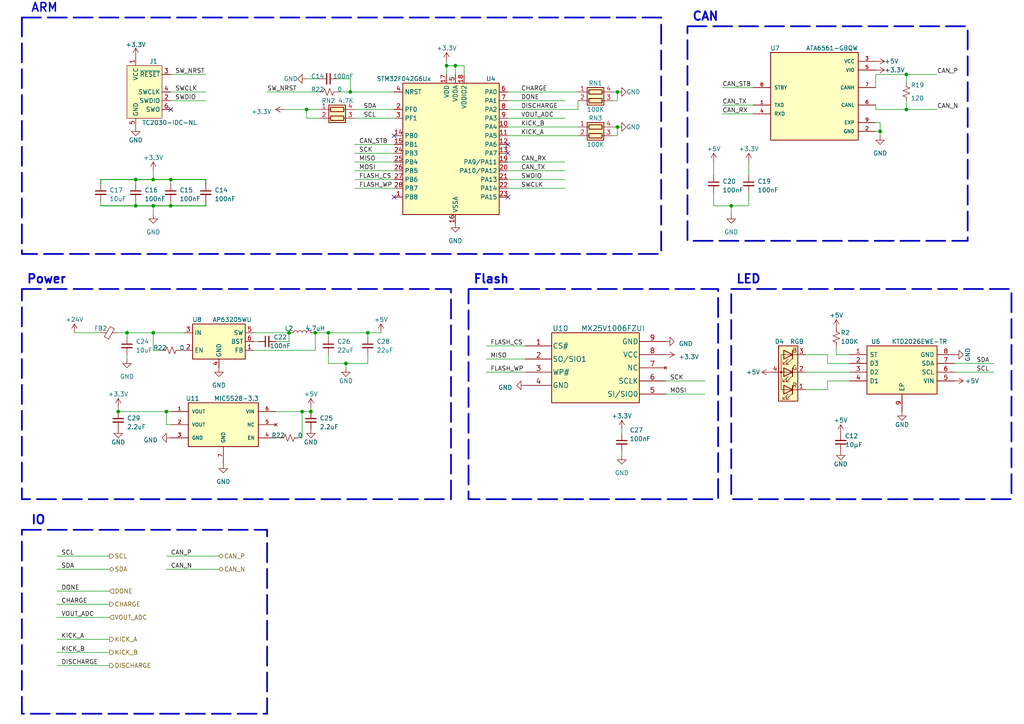
<source format=kicad_sch>
(kicad_sch (version 20230121) (generator eeschema)
  (paper "A4")
  (lib_symbols
    (symbol "ATA6561-GBQW:ATA6561-GBQW" (pin_names (offset 1.016))
      (property "Reference" "U" (at -12.7 13.335 0))
      (property "Value" "ATA6561-GBQW" (at -12.7 -15.24 0))
      (symbol "ATA6561-GBQW_0_0"
        (pin input line (at -17.78 -2.54 0) (length 5.08) (name "TXD") (number "1"))
        (pin power_in line (at 17.78 -10.16 180) (length 5.08) (name "GND") (number "2"))
        (pin power_in line (at 17.78 10.16 180) (length 5.08) (name "VCC") (number "3"))
        (pin output line (at -17.78 -5.08 0) (length 5.08) (name "RXD") (number "4"))
        (pin power_in line (at 17.78 7.62 180) (length 5.08) (name "VIO") (number "5"))
        (pin bidirectional line (at 17.78 -2.54 180) (length 5.08) (name "CANL") (number "6"))
        (pin bidirectional line (at 17.78 2.54 180) (length 5.08) (name "CANH") (number "7"))
        (pin input line (at -17.78 2.54 0) (length 5.08) (name "STBY") (number "8"))
        (pin power_in line (at 17.78 -7.62 180) (length 5.08) (name "EXP") (number "9"))
      )
    )
    (symbol "Connector:Conn_ARM_SWD_TagConnect_TC2030-NL" (in_bom no)
      (property "Reference" "J" (at 2.54 11.43 0))
      (property "Value" "Conn_ARM_SWD_TagConnect_TC2030-NL" (at 2.54 8.89 0))
      (symbol "Conn_ARM_SWD_TagConnect_TC2030-NL_0_0"
        (pin power_in line (at -2.54 10.16 270) (length 2.54) (name "VCC") (number "1"))
        (pin bidirectional line (at 7.62 -2.54 180) (length 2.54) (name "SWDIO") (number "2"))
        (pin open_collector line (at 7.62 5.08 180) (length 2.54) (name "~{RESET}") (number "3"))
        (pin output line (at 7.62 0 180) (length 2.54) (name "SWCLK") (number "4"))
        (pin power_in line (at -2.54 -10.16 90) (length 2.54) (name "GND") (number "5"))
        (pin input line (at 7.62 -5.08 180) (length 2.54) (name "SWO") (number "6"))
      )
    )
    (symbol "Device:C_Small" (pin_numbers hide) (pin_names (offset 0.254) hide)
      (property "Reference" "C" (at 0.254 1.778 0))
      (property "Value" "C_Small" (at 0.254 -2.032 0))
      (symbol "C_Small_1_1"
        (pin passive line (at 0 2.54 270) (length 2.032) (name "~") (number "1"))
        (pin passive line (at 0 -2.54 90) (length 2.032) (name "~") (number "2"))
      )
    )
    (symbol "Device:FerriteBead_Small" (pin_numbers hide) (pin_names (offset 0))
      (property "Reference" "FB" (at 1.905 1.27 0))
      (property "Value" "FerriteBead_Small" (at 1.905 -1.27 0))
      (symbol "FerriteBead_Small_1_1"
        (pin passive line (at 0 2.54 270) (length 1.27) (name "~") (number "1"))
        (pin passive line (at 0 -2.54 90) (length 1.27) (name "~") (number "2"))
      )
    )
    (symbol "Device:L" (pin_numbers hide) (pin_names (offset 1.016) hide)
      (property "Reference" "L" (at -1.27 0 90))
      (property "Value" "L" (at 1.905 0 90))
      (symbol "L_1_1"
        (pin passive line (at 0 3.81 270) (length 1.27) (name "1") (number "1"))
        (pin passive line (at 0 -3.81 90) (length 1.27) (name "2") (number "2"))
      )
    )
    (symbol "Device:LED_RGBA" (pin_names (offset 0) hide)
      (property "Reference" "D" (at 0 9.398 0))
      (property "Value" "LED_RGBA" (at 0 -8.89 0))
      (symbol "LED_RGBA_0_0"
        (text "B" (at -1.905 -6.35 0) (effects (font (size 1.27 1.27))))
        (text "G" (at -1.905 -1.27 0) (effects (font (size 1.27 1.27))))
        (text "R" (at -1.905 3.81 0) (effects (font (size 1.27 1.27))))
      )
      (symbol "LED_RGBA_1_1"
        (pin passive line (at -5.08 5.08 0) (length 2.54) (name "RK") (number "1"))
        (pin passive line (at -5.08 0 0) (length 2.54) (name "GK") (number "2"))
        (pin passive line (at -5.08 -5.08 0) (length 2.54) (name "BK") (number "3"))
        (pin passive line (at 5.08 0 180) (length 2.54) (name "A") (number "4"))
      )
    )
    (symbol "Device:R_Pack02" (pin_names (offset 0) hide)
      (property "Reference" "RN" (at -5.08 0 90))
      (property "Value" "R_Pack02" (at 2.54 0 90))
      (symbol "R_Pack02_1_1"
        (pin passive line (at -2.54 -5.08 90) (length 2.54) (name "R1.1") (number "1"))
        (pin passive line (at 0 -5.08 90) (length 2.54) (name "R2.1") (number "2"))
        (pin passive line (at 0 5.08 270) (length 2.54) (name "R2.2") (number "3"))
        (pin passive line (at -2.54 5.08 270) (length 2.54) (name "R1.2") (number "4"))
      )
    )
    (symbol "Device:R_Small_US" (pin_numbers hide) (pin_names (offset 0.254) hide)
      (property "Reference" "R" (at 0.762 0.508 0))
      (property "Value" "R_Small_US" (at 0.762 -1.016 0))
      (symbol "R_Small_US_1_1"
        (pin passive line (at 0 2.54 270) (length 1.016) (name "~") (number "1"))
        (pin passive line (at 0 -2.54 90) (length 1.016) (name "~") (number "2"))
      )
    )
    (symbol "KTD2026EWE-TR:KTD2026EWE-TR" (pin_names (offset 0.762))
      (property "Reference" "U?" (at 22.86 3.81 0))
      (property "Value" "KTD2026EWE-TR" (at 3.81 3.81 0))
      (symbol "KTD2026EWE-TR_0_0"
        (pin passive line (at 0 0 0) (length 5.08) (name "ST") (number "1"))
        (pin passive line (at 0 -2.54 0) (length 5.08) (name "D3") (number "2"))
        (pin passive line (at 0 -5.08 0) (length 5.08) (name "D2") (number "3"))
        (pin passive line (at 0 -7.62 0) (length 5.08) (name "D1") (number "4"))
        (pin power_in line (at 30.48 -7.62 180) (length 5.08) (name "VIN") (number "5"))
        (pin passive line (at 30.48 -5.08 180) (length 5.08) (name "SCL") (number "6"))
        (pin passive line (at 30.48 -2.54 180) (length 5.08) (name "SDA") (number "7"))
        (pin power_in line (at 30.48 0 180) (length 5.08) (name "GND") (number "8"))
        (pin power_in line (at 15.24 -16.51 90) (length 5.08) (name "EP") (number "9"))
      )
    )
    (symbol "MCU_ST_STM32F0:STM32F042G6Ux"
      (property "Reference" "U" (at -12.7 21.59 0))
      (property "Value" "STM32F042G6Ux" (at 7.62 21.59 0))
      (symbol "STM32F042G6Ux_1_1"
        (pin bidirectional line (at -15.24 -12.7 0) (length 2.54) (name "PB8") (number "1"))
        (pin bidirectional line (at 17.78 7.62 180) (length 2.54) (name "PA4") (number "10"))
        (pin bidirectional line (at 17.78 5.08 180) (length 2.54) (name "PA5") (number "11"))
        (pin bidirectional line (at 17.78 2.54 180) (length 2.54) (name "PA6") (number "12"))
        (pin bidirectional line (at 17.78 0 180) (length 2.54) (name "PA7") (number "13"))
        (pin bidirectional line (at -15.24 5.08 0) (length 2.54) (name "PB0") (number "14"))
        (pin bidirectional line (at -15.24 2.54 0) (length 2.54) (name "PB1") (number "15"))
        (pin power_in line (at 2.54 -20.32 90) (length 2.54) (name "VSSA") (number "16"))
        (pin power_in line (at 0 22.86 270) (length 2.54) (name "VDD") (number "17"))
        (pin power_in line (at 5.08 22.86 270) (length 2.54) (name "VDDIO2") (number "18"))
        (pin bidirectional line (at 17.78 -2.54 180) (length 2.54) (name "PA9/PA11") (number "19"))
        (pin bidirectional line (at -15.24 12.7 0) (length 2.54) (name "PF0") (number "2"))
        (pin bidirectional line (at 17.78 -5.08 180) (length 2.54) (name "PA10/PA12") (number "20"))
        (pin bidirectional line (at 17.78 -7.62 180) (length 2.54) (name "PA13") (number "21"))
        (pin bidirectional line (at 17.78 -10.16 180) (length 2.54) (name "PA14") (number "22"))
        (pin bidirectional line (at 17.78 -12.7 180) (length 2.54) (name "PA15") (number "23"))
        (pin bidirectional line (at -15.24 0 0) (length 2.54) (name "PB3") (number "24"))
        (pin bidirectional line (at -15.24 -2.54 0) (length 2.54) (name "PB4") (number "25"))
        (pin bidirectional line (at -15.24 -5.08 0) (length 2.54) (name "PB5") (number "26"))
        (pin bidirectional line (at -15.24 -7.62 0) (length 2.54) (name "PB6") (number "27"))
        (pin bidirectional line (at -15.24 -10.16 0) (length 2.54) (name "PB7") (number "28"))
        (pin bidirectional line (at -15.24 10.16 0) (length 2.54) (name "PF1") (number "3"))
        (pin input line (at -15.24 17.78 0) (length 2.54) (name "NRST") (number "4"))
        (pin power_in line (at 2.54 22.86 270) (length 2.54) (name "VDDA") (number "5"))
        (pin bidirectional line (at 17.78 17.78 180) (length 2.54) (name "PA0") (number "6"))
        (pin bidirectional line (at 17.78 15.24 180) (length 2.54) (name "PA1") (number "7"))
        (pin bidirectional line (at 17.78 12.7 180) (length 2.54) (name "PA2") (number "8"))
        (pin bidirectional line (at 17.78 10.16 180) (length 2.54) (name "PA3") (number "9"))
      )
    )
    (symbol "MIC5528-3.3YMT-TR:MIC5528-3.3YMT-TR" (pin_names (offset 1.016))
      (property "Reference" "U" (at 7.62 5.08 0))
      (property "Value" "MIC5528-3.3YMT-TR" (at -15.24 5.08 0))
      (symbol "MIC5528-3.3YMT-TR_0_0"
        (pin power_out line (at -15.24 2.54 0) (length 5.08) (name "VOUT") (number "1"))
        (pin power_out line (at -15.24 -1.27 0) (length 5.08) (name "VOUT") (number "2"))
        (pin power_in line (at -15.24 -5.08 0) (length 5.08) (name "GND") (number "3"))
        (pin input line (at 15.24 -5.08 180) (length 5.08) (name "EN") (number "4"))
        (pin no_connect line (at 15.24 -1.27 180) (length 5.08) (name "NC") (number "5"))
        (pin power_in line (at 15.24 2.54 180) (length 5.08) (name "VIN") (number "6"))
        (pin power_in line (at 0 -12.7 90) (length 5.08) (name "GND") (number "7"))
      )
    )
    (symbol "MX25V1006FZUI:MX25V1006FZUI" (pin_names (offset 0.254))
      (property "Reference" "U" (at 25.4 10.16 0))
      (property "Value" "MX25V1006FZUI" (at 25.4 7.62 0))
      (symbol "MX25V1006FZUI_1_1"
        (pin input line (at 0 1.27 0) (length 7.62) (name "CS#") (number "1"))
        (pin bidirectional line (at 0 -2.54 0) (length 7.62) (name "SO/SIO1") (number "2"))
        (pin unspecified line (at 0 -6.35 0) (length 7.62) (name "WP#") (number "3"))
        (pin power_in line (at 0 -10.16 0) (length 7.62) (name "GND") (number "4"))
        (pin bidirectional line (at 40.64 -12.7 180) (length 7.62) (name "SI/SIO0") (number "5"))
        (pin input line (at 40.64 -8.89 180) (length 7.62) (name "SCLK") (number "6"))
        (pin no_connect line (at 40.64 -5.08 180) (length 7.62) (name "NC") (number "7"))
        (pin power_in line (at 40.64 -1.27 180) (length 7.62) (name "VCC") (number "8"))
        (pin power_in line (at 40.64 2.54 180) (length 7.62) (name "GND") (number "9"))
      )
    )
    (symbol "Regulator_Switching:AP63205WU"
      (property "Reference" "U" (at -7.62 6.35 0))
      (property "Value" "AP63205WU" (at 2.54 6.35 0))
      (symbol "AP63205WU_1_1"
        (pin input line (at 10.16 -2.54 180) (length 2.54) (name "FB") (number "1"))
        (pin input line (at -10.16 -2.54 0) (length 2.54) (name "EN") (number "2"))
        (pin power_in line (at -10.16 2.54 0) (length 2.54) (name "IN") (number "3"))
        (pin power_in line (at 0 -7.62 90) (length 2.54) (name "GND") (number "4"))
        (pin output line (at 10.16 2.54 180) (length 2.54) (name "SW") (number "5"))
        (pin passive line (at 10.16 0 180) (length 2.54) (name "BST") (number "6"))
      )
    )
    (symbol "power:+24V" (power) (pin_names (offset 0))
      (property "Value" "+24V" (at 0 3.556 0))
      (symbol "+24V_1_1"
        (pin power_in line (at 0 0 90) (length 0) hide (name "+24V") (number "1"))
      )
    )
    (symbol "power:+3.3V" (power) (pin_names (offset 0))
      (property "Value" "+3.3V" (at 0 3.556 0))
      (symbol "+3.3V_1_1"
        (pin power_in line (at 0 0 90) (length 0) hide (name "+3.3V") (number "1"))
      )
    )
    (symbol "power:+5V" (power) (pin_names (offset 0))
      (property "Value" "+5V" (at 0 3.556 0))
      (symbol "+5V_1_1"
        (pin power_in line (at 0 0 90) (length 0) hide (name "+5V") (number "1"))
      )
    )
    (symbol "power:GND" (power) (pin_names (offset 0))
      (property "Value" "GND" (at 0 -3.81 0))
      (symbol "GND_1_1"
        (pin power_in line (at 0 0 270) (length 0) hide (name "GND") (number "1"))
      )
    )
  )
  (junction (at 179.07 36.83))
  (junction (at 255.27 38.1))
  (junction (at 100.33 105.41))
  (junction (at 129.54 19.05))
  (junction (at 87.63 119.38))
  (junction (at 212.09 59.69))
  (junction (at 44.45 52.07))
  (junction (at 101.6 26.67))
  (junction (at 106.68 96.52))
  (junction (at 262.89 21.59))
  (junction (at 39.37 52.07))
  (junction (at 90.17 119.38))
  (junction (at 88.9 31.75))
  (junction (at 34.29 119.38))
  (junction (at 44.45 59.69))
  (junction (at 83.82 96.52))
  (junction (at 39.37 59.69))
  (junction (at 49.53 59.69))
  (junction (at 48.26 119.38))
  (junction (at 36.83 96.52))
  (junction (at 132.08 19.05))
  (junction (at 95.25 96.52))
  (junction (at 49.53 52.07))
  (junction (at 262.89 31.75))
  (junction (at 44.45 96.52))
  (junction (at 179.07 26.67))
  (junction (at 91.44 96.52))
  (no_connect (at 147.32 41.91))
  (no_connect (at 49.53 31.75))
  (no_connect (at 114.3 57.15))
  (no_connect (at 147.32 44.45))
  (no_connect (at 114.3 39.37))
  (no_connect (at 147.32 57.15))
  (wire (pts (xy 52.07 101.6) (xy 53.34 101.6)))
  (wire (pts (xy 16.51 193.04) (xy 31.75 193.04)))
  (wire (pts (xy 97.79 22.86) (xy 101.6 22.86)))
  (wire (pts (xy 36.83 102.87) (xy 36.83 104.14)))
  (wire (pts (xy 129.54 19.05) (xy 129.54 21.59)))
  (wire (pts (xy 140.97 100.33) (xy 152.4 100.33)))
  (wire (pts (xy 212.09 59.69) (xy 212.09 62.23)))
  (wire (pts (xy 102.87 34.29) (xy 114.3 34.29)))
  (wire (pts (xy 16.51 171.45) (xy 31.75 171.45)))
  (wire (pts (xy 90.17 119.38) (xy 87.63 119.38)))
  (wire (pts (xy 193.04 114.3) (xy 204.47 114.3)))
  (wire (pts (xy 147.32 26.67) (xy 167.64 26.67)))
  (wire (pts (xy 101.6 26.67) (xy 114.3 26.67)))
  (wire (pts (xy 246.38 110.49) (xy 240.03 110.49)))
  (wire (pts (xy 102.87 52.07) (xy 114.3 52.07)))
  (wire (pts (xy 80.01 99.06) (xy 83.82 99.06)))
  (wire (pts (xy 147.32 34.29) (xy 163.83 34.29)))
  (wire (pts (xy 34.29 118.11) (xy 34.29 119.38)))
  (wire (pts (xy 100.33 106.68) (xy 100.33 105.41)))
  (wire (pts (xy 16.51 189.23) (xy 31.75 189.23)))
  (wire (pts (xy 217.17 55.88) (xy 217.17 59.69)))
  (wire (pts (xy 102.87 49.53) (xy 114.3 49.53)))
  (wire (pts (xy 44.45 49.53) (xy 44.45 52.07)))
  (wire (pts (xy 240.03 110.49) (xy 240.03 113.03)))
  (wire (pts (xy 242.57 102.87) (xy 246.38 102.87)))
  (wire (pts (xy 255.27 38.1) (xy 254 38.1)))
  (wire (pts (xy 21.59 96.52) (xy 29.21 96.52)))
  (wire (pts (xy 102.87 31.75) (xy 114.3 31.75)))
  (wire (pts (xy 88.9 34.29) (xy 88.9 31.75)))
  (wire (pts (xy 254 31.75) (xy 254 30.48)))
  (wire (pts (xy 102.87 41.91) (xy 114.3 41.91)))
  (wire (pts (xy 39.37 59.69) (xy 44.45 59.69)) (stroke (width 0.254)))
  (wire (pts (xy 177.8 39.37) (xy 179.07 39.37)))
  (wire (pts (xy 255.27 35.56) (xy 254 35.56)))
  (wire (pts (xy 73.66 101.6) (xy 91.44 101.6)))
  (wire (pts (xy 49.53 52.07) (xy 59.69 52.07)) (stroke (width 0.254)))
  (wire (pts (xy 49.53 59.69) (xy 59.69 59.69)) (stroke (width 0.254)))
  (wire (pts (xy 39.37 52.07) (xy 44.45 52.07)) (stroke (width 0.254)))
  (wire (pts (xy 209.55 33.02) (xy 218.44 33.02)))
  (wire (pts (xy 91.44 96.52) (xy 95.25 96.52)))
  (wire (pts (xy 34.29 119.38) (xy 48.26 119.38)))
  (wire (pts (xy 29.21 52.07) (xy 29.21 53.34)) (stroke (width 0.254)))
  (wire (pts (xy 83.82 99.06) (xy 83.82 96.52)))
  (wire (pts (xy 39.37 52.07) (xy 39.37 53.34)))
  (wire (pts (xy 95.25 102.87) (xy 95.25 105.41)))
  (wire (pts (xy 102.87 54.61) (xy 114.3 54.61)))
  (wire (pts (xy 207.01 46.99) (xy 207.01 50.8)))
  (wire (pts (xy 48.26 123.19) (xy 48.26 119.38)))
  (wire (pts (xy 44.45 101.6) (xy 44.45 96.52)))
  (wire (pts (xy 254 31.75) (xy 262.89 31.75)))
  (wire (pts (xy 147.32 54.61) (xy 163.83 54.61)))
  (wire (pts (xy 97.79 26.67) (xy 101.6 26.67)))
  (wire (pts (xy 207.01 59.69) (xy 212.09 59.69)))
  (wire (pts (xy 212.09 59.69) (xy 217.17 59.69)))
  (wire (pts (xy 48.26 119.38) (xy 49.53 119.38)))
  (wire (pts (xy 16.51 179.07) (xy 31.75 179.07)))
  (wire (pts (xy 86.36 127) (xy 87.63 127)))
  (wire (pts (xy 179.07 29.21) (xy 179.07 26.67)))
  (wire (pts (xy 147.32 52.07) (xy 163.83 52.07)))
  (wire (pts (xy 90.17 118.11) (xy 90.17 119.38)))
  (wire (pts (xy 106.68 102.87) (xy 106.68 105.41)))
  (wire (pts (xy 132.08 19.05) (xy 129.54 19.05)))
  (wire (pts (xy 73.66 99.06) (xy 74.93 99.06)))
  (wire (pts (xy 132.08 21.59) (xy 132.08 19.05)))
  (wire (pts (xy 209.55 25.4) (xy 218.44 25.4)))
  (wire (pts (xy 147.32 46.99) (xy 163.83 46.99)))
  (wire (pts (xy 179.07 39.37) (xy 179.07 36.83)))
  (wire (pts (xy 91.44 101.6) (xy 91.44 96.52)))
  (wire (pts (xy 240.03 102.87) (xy 233.68 102.87)))
  (wire (pts (xy 49.53 29.21) (xy 59.69 29.21)))
  (wire (pts (xy 88.9 22.86) (xy 92.71 22.86)))
  (wire (pts (xy 179.07 36.83) (xy 177.8 36.83)))
  (wire (pts (xy 147.32 39.37) (xy 167.64 39.37)))
  (wire (pts (xy 101.6 22.86) (xy 101.6 26.67)))
  (wire (pts (xy 147.32 49.53) (xy 163.83 49.53)))
  (wire (pts (xy 242.57 100.33) (xy 242.57 102.87)))
  (wire (pts (xy 217.17 46.99) (xy 217.17 50.8)))
  (wire (pts (xy 48.26 161.29) (xy 63.5 161.29)))
  (wire (pts (xy 80.01 127) (xy 81.28 127)))
  (wire (pts (xy 44.45 59.69) (xy 49.53 59.69)) (stroke (width 0.254)))
  (wire (pts (xy 95.25 105.41) (xy 100.33 105.41)))
  (wire (pts (xy 209.55 30.48) (xy 218.44 30.48)))
  (wire (pts (xy 59.69 58.42) (xy 59.69 59.69)) (stroke (width 0.254)))
  (wire (pts (xy 92.71 34.29) (xy 88.9 34.29)))
  (wire (pts (xy 102.87 44.45) (xy 114.3 44.45)))
  (wire (pts (xy 16.51 165.1) (xy 31.75 165.1)))
  (wire (pts (xy 276.86 105.41) (xy 288.29 105.41)))
  (wire (pts (xy 134.62 19.05) (xy 132.08 19.05)))
  (wire (pts (xy 16.51 185.42) (xy 31.75 185.42)))
  (wire (pts (xy 16.51 161.29) (xy 31.75 161.29)))
  (wire (pts (xy 276.86 107.95) (xy 288.29 107.95)))
  (wire (pts (xy 44.45 59.69) (xy 44.45 62.23)))
  (wire (pts (xy 59.69 52.07) (xy 59.69 53.34)) (stroke (width 0.254)))
  (wire (pts (xy 140.97 107.95) (xy 152.4 107.95)))
  (wire (pts (xy 46.99 101.6) (xy 44.45 101.6)))
  (wire (pts (xy 180.34 124.46) (xy 180.34 125.73)))
  (wire (pts (xy 254 21.59) (xy 254 25.4)))
  (wire (pts (xy 134.62 21.59) (xy 134.62 19.05)))
  (wire (pts (xy 36.83 96.52) (xy 36.83 97.79)))
  (wire (pts (xy 29.21 52.07) (xy 39.37 52.07)) (stroke (width 0.254)))
  (wire (pts (xy 77.47 26.67) (xy 92.71 26.67)))
  (wire (pts (xy 140.97 104.14) (xy 152.4 104.14)))
  (wire (pts (xy 29.21 58.42) (xy 29.21 59.69)))
  (wire (pts (xy 73.66 96.52) (xy 83.82 96.52)))
  (wire (pts (xy 262.89 29.21) (xy 262.89 31.75)))
  (wire (pts (xy 16.51 175.26) (xy 31.75 175.26)))
  (wire (pts (xy 82.55 31.75) (xy 88.9 31.75)))
  (wire (pts (xy 147.32 31.75) (xy 167.64 31.75)))
  (wire (pts (xy 29.21 59.69) (xy 39.37 59.69)) (stroke (width 0.254)))
  (wire (pts (xy 106.68 96.52) (xy 110.49 96.52)))
  (wire (pts (xy 193.04 110.49) (xy 204.47 110.49)))
  (wire (pts (xy 106.68 96.52) (xy 106.68 97.79)))
  (wire (pts (xy 100.33 105.41) (xy 106.68 105.41)))
  (wire (pts (xy 262.89 21.59) (xy 262.89 24.13)))
  (wire (pts (xy 177.8 29.21) (xy 179.07 29.21)))
  (wire (pts (xy 254 21.59) (xy 262.89 21.59)))
  (wire (pts (xy 36.83 96.52) (xy 44.45 96.52)))
  (wire (pts (xy 179.07 26.67) (xy 177.8 26.67)))
  (wire (pts (xy 49.53 26.67) (xy 59.69 26.67)))
  (wire (pts (xy 87.63 119.38) (xy 80.01 119.38)))
  (wire (pts (xy 49.53 21.59) (xy 59.69 21.59)))
  (wire (pts (xy 262.89 21.59) (xy 271.78 21.59)))
  (wire (pts (xy 87.63 127) (xy 87.63 119.38)))
  (wire (pts (xy 44.45 96.52) (xy 53.34 96.52)))
  (wire (pts (xy 48.26 165.1) (xy 63.5 165.1)))
  (wire (pts (xy 49.53 58.42) (xy 49.53 59.69)))
  (wire (pts (xy 39.37 58.42) (xy 39.37 59.69)))
  (wire (pts (xy 95.25 96.52) (xy 95.25 97.79)))
  (wire (pts (xy 240.03 105.41) (xy 240.03 102.87)))
  (wire (pts (xy 147.32 29.21) (xy 163.83 29.21)))
  (wire (pts (xy 129.54 17.78) (xy 129.54 19.05)))
  (wire (pts (xy 255.27 35.56) (xy 255.27 38.1)))
  (wire (pts (xy 147.32 36.83) (xy 167.64 36.83)))
  (wire (pts (xy 246.38 105.41) (xy 240.03 105.41)))
  (wire (pts (xy 180.34 130.81) (xy 180.34 132.08)))
  (wire (pts (xy 34.29 96.52) (xy 36.83 96.52)))
  (wire (pts (xy 262.89 31.75) (xy 271.78 31.75)))
  (wire (pts (xy 207.01 55.88) (xy 207.01 59.69)))
  (wire (pts (xy 167.64 31.75) (xy 167.64 29.21)))
  (wire (pts (xy 44.45 52.07) (xy 49.53 52.07)) (stroke (width 0.254)))
  (wire (pts (xy 95.25 96.52) (xy 106.68 96.52)))
  (wire (pts (xy 102.87 46.99) (xy 114.3 46.99)))
  (wire (pts (xy 255.27 39.37) (xy 255.27 38.1)))
  (wire (pts (xy 88.9 31.75) (xy 92.71 31.75)))
  (wire (pts (xy 240.03 113.03) (xy 233.68 113.03)))
  (wire (pts (xy 49.53 123.19) (xy 48.26 123.19)))
  (wire (pts (xy 233.68 107.95) (xy 246.38 107.95)))
  (wire (pts (xy 49.53 52.07) (xy 49.53 53.34)))
  (rectangle (start 6.35 5.08) (end 191.77 73.66) (stroke (width 0.5) (type dash)))
  (rectangle (start 212.09 83.82) (end 293.37 144.78) (stroke (width 0.5) (type dash)))
  (rectangle (start 6.35 153.67) (end 77.47 207.01) (stroke (width 0.5) (type dash)))
  (rectangle (start 199.39 7.62) (end 280.67 69.85) (stroke (width 0.5) (type dash)))
  (rectangle (start 135.89 83.82) (end 208.28 144.78) (stroke (width 0.5) (type dash)))
  (rectangle (start 6.35 83.82) (end 130.81 144.78) (stroke (width 0.5) (type dash)))
  (text "Flash" (at 137.16 82.55 0) (effects (font (size 2.5 2.5) (thickness 0.5) bold) (justify left bottom)))
  (text "LED" (at 213.36 82.55 0) (effects (font (size 2.5 2.5) (thickness 0.5) bold) (justify left bottom)))
  (text "CAN" (at 200.66 6.35 0) (effects (font (size 2.5 2.5) (thickness 0.5) bold) (justify left bottom)))
  (text "Power" (at 7.62 82.55 0) (effects (font (size 2.5 2.5) (thickness 0.5) bold) (justify left bottom)))
  (text "ARM" (at 8.89 3.81 0) (effects (font (size 2.5 2.5) (thickness 0.4) bold) (justify left bottom)))
  (text "IO" (at 8.89 152.4 0) (effects (font (size 2.5 2.5) (thickness 0.5) bold) (justify left bottom)))
  (label "SWDIO" (at 151.13 52.07 0))
  (label "SDA" (at 17.78 165.1 0))
  (label "SCK" (at 194.31 110.49 0))
  (label "SWCLK" (at 151.13 54.61 0))
  (label "VOUT_ADC" (at 17.78 179.07 0))
  (label "KICK_B" (at 17.78 189.23 0))
  (label "CAN_N" (at 271.78 31.75 0))
  (label "CAN_P" (at 49.53 161.29 0))
  (label "MOSI" (at 194.31 114.3 0))
  (label "MISO" (at 142.24 104.14 0))
  (label "KICK_A" (at 151.13 39.37 0))
  (label "CAN_P" (at 271.78 21.59 0))
  (label "CHARGE" (at 151.13 26.67 0))
  (label "DONE" (at 17.78 171.45 0))
  (label "SCK" (at 104.14 44.45 0))
  (label "DONE" (at 151.13 29.21 0))
  (label "KICK_A" (at 17.78 185.42 0))
  (label "CAN_RX" (at 209.55 33.02 0))
  (label "SWCLK" (at 50.8 26.67 0))
  (label "MISO" (at 104.14 46.99 0))
  (label "CAN_TX" (at 209.55 30.48 0))
  (label "CAN_N" (at 49.53 165.1 0))
  (label "DISCHARGE" (at 151.13 31.75 0))
  (label "VOUT_ADC" (at 151.13 34.29 0))
  (label "SDA" (at 105.41 31.75 0))
  (label "SW_NRST" (at 50.8 21.59 0))
  (label "FLASH_WP" (at 104.14 54.61 0))
  (label "KICK_B" (at 151.13 36.83 0))
  (label "CAN_RX" (at 151.13 46.99 0))
  (label "DISCHARGE" (at 17.78 193.04 0))
  (label "SW_NRST" (at 77.47 26.67 0))
  (label "SCL" (at 283.21 107.95 0))
  (label "FLASH_CS" (at 104.14 52.07 0))
  (label "SDA" (at 283.21 105.41 0))
  (label "SWDIO" (at 50.8 29.21 0))
  (label "MOSI" (at 104.14 49.53 0))
  (label "CAN_TX" (at 151.13 49.53 0))
  (label "FLASH_CS" (at 142.24 100.33 0))
  (label "CAN_STB" (at 104.14 41.91 0))
  (label "SCL" (at 17.78 161.29 0))
  (label "SCL" (at 105.41 34.29 0))
  (label "CAN_STB" (at 209.55 25.4 0))
  (label "CHARGE" (at 17.78 175.26 0))
  (label "FLASH_WP" (at 142.24 107.95 0))
  (hierarchical_label "VOUT_ADC" (shape input) (at 31.75 179.07 0))
  (hierarchical_label "SCL" (shape output) (at 31.75 161.29 0))
  (hierarchical_label "KICK_B" (shape output) (at 31.75 189.23 0))
  (hierarchical_label "DONE" (shape input) (at 31.75 171.45 0))
  (hierarchical_label "DISCHARGE" (shape output) (at 31.75 193.04 0))
  (hierarchical_label "CAN_P" (shape bidirectional) (at 63.5 161.29 0))
  (hierarchical_label "CHARGE" (shape output) (at 31.75 175.26 0))
  (hierarchical_label "KICK_A" (shape output) (at 31.75 185.42 0))
  (hierarchical_label "SDA" (shape bidirectional) (at 31.75 165.1 0))
  (hierarchical_label "CAN_N" (shape bidirectional) (at 63.5 165.1 0))
  (symbol (lib_id "Device:C_Small") (at 95.25 100.33 0) (unit 1)
    (property "Reference" "C26" (at 97.79 99.06 0) (effects (justify left)))
    (property "Value" "22uF" (at 97.79 101.6 0) (effects (justify left)))
    (property "Footprint" "Capacitor_SMD:C_0805_2012Metric_Pad1.18x1.45mm_HandSolder" (effects hide))
  )
  (symbol (lib_id "power:GND") (at 212.09 62.23 0) (unit 1)
    (property "Reference" "#PWR016" (effects hide))
    (property "Value" "GND" (at 212.09 67.31 0))
  )
  (symbol (lib_id "power:+3.3V") (at 82.55 31.75 90) (unit 1)
    (property "Reference" "#PWR020" (effects hide))
    (property "Value" "+3.3V" (at 78.74 32.385 90) (effects (justify left)))
  )
  (symbol (lib_id "power:+24V") (at 21.59 96.52 0) (unit 1)
    (property "Reference" "#PWR028" (effects hide))
    (property "Value" "+24V" (at 21.59 92.71 0))
  )
  (symbol (lib_id "power:+3.3V") (at 217.17 46.99 0) (unit 1)
    (property "Reference" "#PWR015" (effects hide))
    (property "Value" "+3.3V" (at 217.17 43.18 0))
  )
  (symbol (lib_id "power:GND") (at 39.37 36.83 0) (unit 1)
    (property "Reference" "#PWR?" (effects hide))
    (property "Value" "GND" (at 39.37 40.64 0))
  )
  (symbol (lib_id "power:GND") (at 44.45 62.23 0) (unit 1)
    (property "Reference" "#PWR02" (effects hide))
    (property "Value" "GND" (at 44.45 67.31 0))
  )
  (symbol (lib_id "Device:C_Small") (at 59.69 55.88 0) (unit 1)
    (property "Reference" "C14" (at 62.23 55.88 0) (effects (justify left bottom)))
    (property "Value" "100nF" (at 62.23 58.42 0) (effects (justify left bottom)))
    (property "Footprint" "Capacitor_SMD:C_0402_1005Metric_Pad0.74x0.62mm_HandSolder" (effects hide))
    (property "MOUNTING STYLE" "Surface Mount" (effects hide))
    (property "DIELECTRIC MATERIAL" "Ceramic Multilayer" (effects hide))
    (property "OCTOPARTID" "f7023f833ffb28c5" (effects hide))
    (property "LEAD-FREE STATUS" "Lead Free" (effects hide))
    (property "FOOTPRINT" "PCB-ya5qsrmvtd5pjczft90h-1" (effects hide))
    (property "SIZE-THICKNESS" "500 µm" (effects hide))
    (property "OCTOPART URL" "http://octopart.com/c1005x7r1c104k050bc-tdk-25947551" (effects hide))
    (property "PACKAGING" "Cut Tape (CT), Tape & Reel (TR)" (effects hide))
    (property "MANUFACTURER PART NUMBER" "C1005X7R1C104K050BC" (effects hide))
    (property "ROHS" "Compliant" (effects hide))
    (property "CASE/PACKAGE (SI)" "1005" (effects hide))
    (property "CAPACITANCE TOLERANCE" "±10%" (effects hide))
    (property "DIELECTRIC CHARACTERISTIC" "X7R" (effects hide))
    (property "SIZE-LENGTH" "1.00 mm" (effects hide))
    (property "CASE/PACKAGE" "0402" (effects hide))
    (property "VOLTAGE RATING (DC)" "16.0 V" (effects hide))
    (property "NUMBER OF PINS" "2" (effects hide))
    (property "CAPACITANCE" "100 nF" (effects hide))
    (property "SIZE-WIDTH" "500 µm" (effects hide))
  )
  (symbol (lib_id "power:+5V") (at 276.86 110.49 270) (unit 1)
    (property "Reference" "#PWR?" (effects hide))
    (property "Value" "+5V" (at 281.94 110.49 90))
  )
  (symbol (lib_id "KTD2026EWE-TR:KTD2026EWE-TR") (at 246.38 102.87 0) (unit 1)
    (property "Reference" "U6" (at 254 99.06 0))
    (property "Value" "KTD2026EWE-TR" (at 266.7 99.06 0))
    (property "Footprint" "KTD2026EWE-TR:SON40P150X150X55-9N" (effects hide))
    (property "Datasheet" "https://componentsearchengine.com/Datasheets/1/KTD2026EWE-TR.pdf" (effects hide))
    (property "Description" "LED Lighting Drivers 3-Channel RGB Driver, I2C, 1.5x1.5mm TDFN" (effects hide))
    (property "Height" "0.55" (effects hide))
    (property "Manufacturer_Name" "Kinetic Technologies" (effects hide))
    (property "Manufacturer_Part_Number" "KTD2026EWE-TR" (effects hide))
    (property "Mouser Part Number" "389-KTD2026EWETR" (effects hide))
    (property "Mouser Price/Stock" "https://www.mouser.co.uk/ProductDetail/Kinetic-Technologies/KTD2026EWE-TR?qs=lc2O%252BfHJPVZPUWgdBYxlOA%3D%3D" (effects hide))
  )
  (symbol (lib_id "Device:FerriteBead_Small") (at 31.75 96.52 90) (unit 1)
    (property "Reference" "FB2" (at 29.21 95.25 90))
    (property "Value" "FerriteBead_Small" (effects hide))
    (property "Footprint" "Resistor_SMD:R_0603_1608Metric_Pad0.98x0.95mm_HandSolder" (effects hide))
    (property "Part" "BLM18KG101TN1D" (effects hide))
  )
  (symbol (lib_id "power:+5V") (at 243.84 125.73 0) (unit 1)
    (property "Reference" "#PWR?" (effects hide))
    (property "Value" "+5V" (at 243.84 121.92 0))
  )
  (symbol (lib_id "power:GND") (at 34.29 124.46 0) (unit 1)
    (property "Reference" "#PWR019" (effects hide))
    (property "Value" "GND" (at 34.29 128.27 0))
  )
  (symbol (lib_id "Device:C_Small") (at 95.25 22.86 270) (unit 1)
    (property "Reference" "C14" (at 90.17 22.86 90) (effects (justify left bottom)))
    (property "Value" "100nF" (at 96.52 22.86 90) (effects (justify left bottom)))
    (property "Footprint" "Capacitor_SMD:C_0402_1005Metric_Pad0.74x0.62mm_HandSolder" (effects hide))
    (property "MOUNTING STYLE" "Surface Mount" (effects hide))
    (property "DIELECTRIC MATERIAL" "Ceramic Multilayer" (effects hide))
    (property "OCTOPARTID" "f7023f833ffb28c5" (effects hide))
    (property "LEAD-FREE STATUS" "Lead Free" (effects hide))
    (property "FOOTPRINT" "PCB-ya5qsrmvtd5pjczft90h-1" (effects hide))
    (property "SIZE-THICKNESS" "500 µm" (effects hide))
    (property "OCTOPART URL" "http://octopart.com/c1005x7r1c104k050bc-tdk-25947551" (effects hide))
    (property "PACKAGING" "Cut Tape (CT), Tape & Reel (TR)" (effects hide))
    (property "MANUFACTURER PART NUMBER" "C1005X7R1C104K050BC" (effects hide))
    (property "ROHS" "Compliant" (effects hide))
    (property "CASE/PACKAGE (SI)" "1005" (effects hide))
    (property "CAPACITANCE TOLERANCE" "±10%" (effects hide))
    (property "DIELECTRIC CHARACTERISTIC" "X7R" (effects hide))
    (property "SIZE-LENGTH" "1.00 mm" (effects hide))
    (property "CASE/PACKAGE" "0402" (effects hide))
    (property "VOLTAGE RATING (DC)" "16.0 V" (effects hide))
    (property "NUMBER OF PINS" "2" (effects hide))
    (property "CAPACITANCE" "100 nF" (effects hide))
    (property "SIZE-WIDTH" "500 µm" (effects hide))
  )
  (symbol (lib_id "Regulator_Switching:AP63205WU") (at 63.5 99.06 0) (unit 1)
    (property "Reference" "U8" (at 57.15 92.71 0))
    (property "Value" "AP63205WU" (at 67.31 92.71 0))
    (property "Footprint" "Package_TO_SOT_SMD:TSOT-23-6" (effects hide))
    (property "Datasheet" "https://www.diodes.com/assets/Datasheets/AP63200-AP63201-AP63203-AP63205.pdf" (effects hide))
  )
  (symbol (lib_id "power:GND") (at 88.9 22.86 270) (unit 1)
    (property "Reference" "#PWR011" (effects hide))
    (property "Value" "GND" (at 86.36 22.86 90) (effects (justify right)))
  )
  (symbol (lib_id "power:+5V") (at 254 17.78 270) (unit 1)
    (property "Reference" "#PWR013" (effects hide))
    (property "Value" "+5V" (at 256.54 17.78 90) (effects (justify left)))
  )
  (symbol (lib_id "Device:R_Small_US") (at 83.82 127 270) (unit 1)
    (property "Reference" "R22" (at 78.74 127 90) (effects (justify left bottom)))
    (property "Value" "0" (at 86.36 127 90) (effects (justify left bottom)))
    (property "Footprint" "Resistor_SMD:R_0402_1005Metric_Pad0.72x0.64mm_HandSolder" (effects hide))
    (property "MANUFACTURER PART NUMBER" "RC0402JR-100RL" (effects hide))
    (property "CASE/PACKAGE" "0402" (effects hide))
    (property "MOUNTING STYLE" "Surface Mount" (effects hide))
    (property "OCTOPART URL" "https://octopart.com/rc0402jr-100rl-yageo-22251539" (effects hide))
    (property "OCTOPARTID" "3462fc3b9917eba5" (effects hide))
    (property "RESISTANCE" "0.0 Ω" (effects hide))
    (property "RESISTANCE TOLERANCE" "±5%" (effects hide))
  )
  (symbol (lib_id "power:+5V") (at 90.17 118.11 0) (unit 1)
    (property "Reference" "#PWR023" (effects hide))
    (property "Value" "+5V" (at 90.17 114.3 0))
  )
  (symbol (lib_id "Device:C_Small") (at 207.01 53.34 0) (unit 1)
    (property "Reference" "C20" (at 209.55 53.34 0) (effects (justify left bottom)))
    (property "Value" "100nF" (at 209.55 55.88 0) (effects (justify left bottom)))
    (property "Footprint" "Capacitor_SMD:C_0402_1005Metric_Pad0.74x0.62mm_HandSolder" (effects hide))
    (property "MOUNTING STYLE" "Surface Mount" (effects hide))
    (property "DIELECTRIC MATERIAL" "Ceramic Multilayer" (effects hide))
    (property "OCTOPARTID" "f7023f833ffb28c5" (effects hide))
    (property "LEAD-FREE STATUS" "Lead Free" (effects hide))
    (property "FOOTPRINT" "PCB-ya5qsrmvtd5pjczft90h-1" (effects hide))
    (property "SIZE-THICKNESS" "500 µm" (effects hide))
    (property "OCTOPART URL" "http://octopart.com/c1005x7r1c104k050bc-tdk-25947551" (effects hide))
    (property "PACKAGING" "Cut Tape (CT), Tape & Reel (TR)" (effects hide))
    (property "MANUFACTURER PART NUMBER" "C1005X7R1C104K050BC" (effects hide))
    (property "ROHS" "Compliant" (effects hide))
    (property "CASE/PACKAGE (SI)" "1005" (effects hide))
    (property "CAPACITANCE TOLERANCE" "±10%" (effects hide))
    (property "DIELECTRIC CHARACTERISTIC" "X7R" (effects hide))
    (property "SIZE-LENGTH" "1.00 mm" (effects hide))
    (property "CASE/PACKAGE" "0402" (effects hide))
    (property "VOLTAGE RATING (DC)" "16.0 V" (effects hide))
    (property "NUMBER OF PINS" "2" (effects hide))
    (property "CAPACITANCE" "100 nF" (effects hide))
    (property "SIZE-WIDTH" "500 µm" (effects hide))
  )
  (symbol (lib_id "Device:C_Small") (at 29.21 55.88 0) (unit 1)
    (property "Reference" "C17" (at 31.75 55.88 0) (effects (justify left bottom)))
    (property "Value" "10uF" (at 31.75 58.42 0) (effects (justify left bottom)))
    (property "Footprint" "Capacitor_SMD:C_0402_1005Metric_Pad0.74x0.62mm_HandSolder" (effects hide))
    (property "DETAILED DESCRIPTION" "Multilayer Ceramic Capacitors MLCC - SMD/SMT 10UF 6.3V 20% 0402" (effects hide))
    (property "CASE" "0402" (effects hide))
    (property "FOOTPRINT" "PCB-llevxjll59guh2397ncu-2" (effects hide))
    (property "MANUFACTURER PART NUMBER" "GRM155R60J106ME15D" (effects hide))
    (property "CAPACITANCE" "10 uF" (effects hide))
    (property "DIELECTRIC" "X5R" (effects hide))
    (property "MANUFACTURER" "Murata" (effects hide))
    (property "VOLTAGE RATING DC" "6.3 VDC" (effects hide))
  )
  (symbol (lib_id "power:GND") (at 132.08 64.77 0) (unit 1)
    (property "Reference" "#PWR08" (effects hide))
    (property "Value" "GND" (at 132.08 69.85 0))
  )
  (symbol (lib_id "Device:C_Small") (at 90.17 121.92 0) (unit 1)
    (property "Reference" "C25" (at 92.71 121.2913 0) (effects (justify left)))
    (property "Value" "2.2uF" (at 92.71 123.8313 0) (effects (justify left)))
    (property "Footprint" "Capacitor_SMD:C_0402_1005Metric_Pad0.74x0.62mm_HandSolder" (effects hide))
    (property "Requirements" "Low-ESR ceramic, X5R or X7R" (effects hide))
  )
  (symbol (lib_id "Device:C_Small") (at 36.83 100.33 0) (unit 1)
    (property "Reference" "C24" (at 39.37 99.06 0) (effects (justify left)))
    (property "Value" "10uF" (at 39.37 101.6 0) (effects (justify left)))
    (property "Footprint" "Capacitor_SMD:C_0603_1608Metric_Pad1.08x0.95mm_HandSolder" (effects hide))
  )
  (symbol (lib_id "Device:C_Small") (at 106.68 100.33 0) (unit 1)
    (property "Reference" "C28" (at 109.22 99.06 0) (effects (justify left)))
    (property "Value" "22uF" (at 109.22 101.6 0) (effects (justify left)))
    (property "Footprint" "Capacitor_SMD:C_0805_2012Metric_Pad1.18x1.45mm_HandSolder" (effects hide))
  )
  (symbol (lib_id "power:GND") (at 276.86 102.87 90) (unit 1)
    (property "Reference" "#PWR?" (effects hide))
    (property "Value" "GND" (at 280.67 102.87 0))
  )
  (symbol (lib_id "power:GND") (at 152.4 111.76 270) (unit 1)
    (property "Reference" "#PWR022" (effects hide))
    (property "Value" "GND" (at 148.59 112.395 90) (effects (justify right)))
  )
  (symbol (lib_id "Device:C_Small") (at 243.84 128.27 180) (unit 1)
    (property "Reference" "C12" (at 248.92 125.73 0) (effects (justify left bottom)))
    (property "Value" "10µF" (at 250.19 128.27 0) (effects (justify left bottom)))
    (property "Footprint" "Capacitor_SMD:C_0805_2012Metric_Pad1.18x1.45mm_HandSolder" (effects hide))
    (property "OCTOPART URL" "https://octopart.com/grm21br61h106ke43l-murata-52808131" (effects hide))
    (property "SIZE-THICKNESS" "1.25 mm" (effects hide))
    (property "CAPACITANCE" "10.0 µF" (effects hide))
    (property "FOOTPRINT" "PCB-iofq8orujrbkju2ey0y8-1" (effects hide))
    (property "CASE/PACKAGE" "0805" (effects hide))
    (property "VOLTAGE RATING (DC)" "50.0 V" (effects hide))
    (property "SIZE-WIDTH" "1.25 mm" (effects hide))
    (property "DIELECTRIC CHARACTERISTIC" "X5R" (effects hide))
    (property "OCTOPARTID" "55069f29b9a38ac1" (effects hide))
    (property "SIZE-LENGTH" "2.00 mm" (effects hide))
    (property "CAPACITANCE TOLERANCE" "±10%" (effects hide))
    (property "MANUFACTURER PART NUMBER" "GRM21BR61H106KE43L" (effects hide))
  )
  (symbol (lib_id "Device:R_Small_US") (at 95.25 26.67 270) (unit 1)
    (property "Reference" "R22" (at 90.17 26.67 90) (effects (justify left bottom)))
    (property "Value" "0" (at 97.79 26.67 90) (effects (justify left bottom)))
    (property "Footprint" "Resistor_SMD:R_0402_1005Metric_Pad0.72x0.64mm_HandSolder" (effects hide))
    (property "MANUFACTURER PART NUMBER" "RC0402JR-100RL" (effects hide))
    (property "CASE/PACKAGE" "0402" (effects hide))
    (property "MOUNTING STYLE" "Surface Mount" (effects hide))
    (property "OCTOPART URL" "https://octopart.com/rc0402jr-100rl-yageo-22251539" (effects hide))
    (property "OCTOPARTID" "3462fc3b9917eba5" (effects hide))
    (property "RESISTANCE" "0.0 Ω" (effects hide))
    (property "RESISTANCE TOLERANCE" "±5%" (effects hide))
  )
  (symbol (lib_id "power:GND") (at 243.84 130.81 0) (unit 1)
    (property "Reference" "#PWR?" (effects hide))
    (property "Value" "GND" (at 243.84 134.62 0))
  )
  (symbol (lib_id "MIC5528-3.3YMT-TR:MIC5528-3.3YMT-TR") (at 64.77 121.92 0) (unit 1)
    (property "Reference" "U11" (at 55.88 115.57 0))
    (property "Value" "MIC5528-3.3" (at 68.58 115.57 0))
    (property "Footprint" "MIC5528-3.3YMT-TR:SON40P120X120X60-7N" (effects hide))
    (property "D_MIN" "1.15" (effects hide))
    (property "B_NOM" "0.18" (effects hide))
    (property "PIN_COUNT" "6.0" (effects hide))
    (property "D_MAX" "1.25" (effects hide))
    (property "D_NOM" "1.2" (effects hide))
    (property "L_NOM" "0.25" (effects hide))
    (property "L_MIN" "0.195" (effects hide))
    (property "D2_NOM" "0.94" (effects hide))
    (property "L_MAX" "0.295" (effects hide))
    (property "E_MIN" "1.15" (effects hide))
    (property "ENOM" "0.4" (effects hide))
    (property "E2_NOM" "0.3" (effects hide))
    (property "E_NOM" "1.2" (effects hide))
    (property "B_MIN" "0.13" (effects hide))
    (property "STANDARD" "IPC 7351B" (effects hide))
    (property "MANUFACTURER" "MICROCHIP" (effects hide))
    (property "E_MAX" "1.25" (effects hide))
    (property "SNAPEDA_PACKAGE_ID" "7814" (effects hide))
    (property "A_MAX" "0.6" (effects hide))
    (property "B_MAX" "0.23" (effects hide))
  )
  (symbol (lib_id "MCU_ST_STM32F0:STM32F042G6Ux") (at 129.54 44.45 0) (unit 1)
    (property "Reference" "U4" (at 140.97 22.86 0) (effects (justify left)))
    (property "Value" "STM32F042G6Ux" (at 109.22 22.86 0) (effects (justify left)))
    (property "Footprint" "Package_DFN_QFN:QFN-28_4x4mm_P0.5mm" (effects hide))
    (property "Datasheet" "https://www.st.com/resource/en/datasheet/stm32f042g6.pdf" (effects hide))
  )
  (symbol (lib_id "power:GND") (at 179.07 26.67 90) (unit 1)
    (property "Reference" "#PWR017" (effects hide))
    (property "Value" "GND" (at 181.61 26.67 90) (effects (justify right)))
  )
  (symbol (lib_id "power:+3.3V") (at 39.37 16.51 0) (unit 1)
    (property "Reference" "#PWR?" (effects hide))
    (property "Value" "+3.3V" (at 39.37 12.954 0))
  )
  (symbol (lib_id "Device:R_Small_US") (at 242.57 97.79 0) (unit 1)
    (property "Reference" "R2" (at 243.84 96.52 0) (effects (justify left)))
    (property "Value" "100K" (at 243.84 99.06 0) (effects (justify left)))
    (property "Footprint" "Resistor_SMD:R_0402_1005Metric_Pad0.72x0.64mm_HandSolder" (effects hide))
  )
  (symbol (lib_id "Device:L") (at 87.63 96.52 90) (unit 1)
    (property "Reference" "L2" (at 83.82 95.25 90))
    (property "Value" "4.7uH" (at 91.44 95.25 90))
    (property "Footprint" "Inductor_SMD:L_Taiyo-Yuden_NR-50xx_HandSoldering" (effects hide))
    (property "Datasheet" "https://www.yuden.co.jp/productdata/catalog/wound04_e.pdf" (effects hide))
    (property "Current Rating" "> 2.7A" (effects hide))
    (property "DC resistance" "< 100mΩ" (effects hide))
    (property "Part No." "NR5040T4R7N" (effects hide))
  )
  (symbol (lib_id "power:+3.3V") (at 44.45 49.53 0) (unit 1)
    (property "Reference" "#PWR01" (effects hide))
    (property "Value" "+3.3V" (at 44.45 45.72 0))
  )
  (symbol (lib_id "Device:LED_RGBA") (at 228.6 107.95 180) (unit 1)
    (property "Reference" "D4" (at 226.06 99.06 0))
    (property "Value" "RGB" (at 231.14 99.06 0))
    (property "Footprint" "LED_SMD:LED_LiteOn_LTST-C19HE1WT" (effects hide))
    (property "Part" "LTST-C19HE1WT" (effects hide))
  )
  (symbol (lib_id "Device:R_Pack02") (at 97.79 34.29 270) (unit 1)
    (property "Reference" "RN2" (at 95.25 29.21 90))
    (property "Value" "4.7K" (at 100.33 29.21 90))
    (property "Footprint" "Resistor_SMD:R_Array_Convex_2x0402" (effects hide))
    (property "Part" "EXB-24V472JX" (effects hide))
  )
  (symbol (lib_id "power:GND") (at 261.62 119.38 0) (unit 1)
    (property "Reference" "#PWR?" (effects hide))
    (property "Value" "GND" (at 261.62 123.19 0))
  )
  (symbol (lib_id "power:+5V") (at 207.01 46.99 0) (unit 1)
    (property "Reference" "#PWR014" (effects hide))
    (property "Value" "+5V" (at 207.01 43.18 0))
  )
  (symbol (lib_id "power:GND") (at 100.33 106.68 0) (unit 1)
    (property "Reference" "#PWR031" (effects hide))
    (property "Value" "GND" (at 100.33 110.49 0))
  )
  (symbol (lib_id "Connector:Conn_ARM_SWD_TagConnect_TC2030-NL") (at 41.91 26.67 0) (unit 1)
    (property "Reference" "J1" (at 45.72 17.78 0) (effects (justify right)))
    (property "Value" "TC2030-IDC-NL" (at 57.15 35.56 0) (effects (justify right)))
    (property "Footprint" "Connector:Tag-Connect_TC2030-IDC-NL_2x03_P1.27mm_Vertical" (effects hide))
    (property "Datasheet" "https://www.tag-connect.com/wp-content/uploads/bsk-pdf-manager/TC2030-CTX_1.pdf" (effects hide))
  )
  (symbol (lib_id "power:+3.3V") (at 254 20.32 270) (unit 1)
    (property "Reference" "#PWR012" (effects hide))
    (property "Value" "+3.3V" (at 256.54 20.32 90) (effects (justify left)))
  )
  (symbol (lib_id "power:GND") (at 193.04 99.06 90) (unit 1)
    (property "Reference" "#PWR021" (effects hide))
    (property "Value" "GND" (at 196.85 99.695 90) (effects (justify right)))
  )
  (symbol (lib_id "power:GND") (at 180.34 132.08 0) (unit 1)
    (property "Reference" "#PWR06" (effects hide))
    (property "Value" "GND" (at 180.34 137.16 0))
  )
  (symbol (lib_id "power:+3.3V") (at 129.54 17.78 0) (unit 1)
    (property "Reference" "#PWR09" (effects hide))
    (property "Value" "+3.3V" (at 129.54 13.97 0))
  )
  (symbol (lib_id "Device:R_Pack02") (at 172.72 39.37 270) (unit 1)
    (property "Reference" "RN3" (at 172.72 34.29 90))
    (property "Value" "100K" (at 172.72 41.91 90))
    (property "Footprint" "Resistor_SMD:R_Array_Convex_2x0402" (effects hide))
    (property "Part" "EXB-24V104JX" (effects hide))
  )
  (symbol (lib_id "Device:C_Small") (at 49.53 55.88 0) (unit 1)
    (property "Reference" "C15" (at 52.07 55.88 0) (effects (justify left bottom)))
    (property "Value" "100nF" (at 52.07 58.42 0) (effects (justify left bottom)))
    (property "Footprint" "Capacitor_SMD:C_0402_1005Metric_Pad0.74x0.62mm_HandSolder" (effects hide))
    (property "MOUNTING STYLE" "Surface Mount" (effects hide))
    (property "DIELECTRIC MATERIAL" "Ceramic Multilayer" (effects hide))
    (property "OCTOPARTID" "f7023f833ffb28c5" (effects hide))
    (property "LEAD-FREE STATUS" "Lead Free" (effects hide))
    (property "FOOTPRINT" "PCB-ya5qsrmvtd5pjczft90h-1" (effects hide))
    (property "SIZE-THICKNESS" "500 µm" (effects hide))
    (property "OCTOPART URL" "http://octopart.com/c1005x7r1c104k050bc-tdk-25947551" (effects hide))
    (property "PACKAGING" "Cut Tape (CT), Tape & Reel (TR)" (effects hide))
    (property "MANUFACTURER PART NUMBER" "C1005X7R1C104K050BC" (effects hide))
    (property "ROHS" "Compliant" (effects hide))
    (property "CASE/PACKAGE (SI)" "1005" (effects hide))
    (property "CAPACITANCE TOLERANCE" "±10%" (effects hide))
    (property "DIELECTRIC CHARACTERISTIC" "X7R" (effects hide))
    (property "SIZE-LENGTH" "1.00 mm" (effects hide))
    (property "CASE/PACKAGE" "0402" (effects hide))
    (property "VOLTAGE RATING (DC)" "16.0 V" (effects hide))
    (property "NUMBER OF PINS" "2" (effects hide))
    (property "CAPACITANCE" "100 nF" (effects hide))
    (property "SIZE-WIDTH" "500 µm" (effects hide))
  )
  (symbol (lib_id "power:+5V") (at 223.52 107.95 90) (unit 1)
    (property "Reference" "#PWR?" (effects hide))
    (property "Value" "+5V" (at 218.44 107.95 90))
  )
  (symbol (lib_id "power:GND") (at 49.53 127 270) (unit 1)
    (property "Reference" "#PWR025" (effects hide))
    (property "Value" "GND" (at 45.72 127.635 90) (effects (justify right)))
  )
  (symbol (lib_id "Device:C_Small") (at 217.17 53.34 0) (unit 1)
    (property "Reference" "C19" (at 219.71 53.34 0) (effects (justify left bottom)))
    (property "Value" "100nF" (at 219.71 55.88 0) (effects (justify left bottom)))
    (property "Footprint" "Capacitor_SMD:C_0402_1005Metric_Pad0.74x0.62mm_HandSolder" (effects hide))
    (property "MOUNTING STYLE" "Surface Mount" (effects hide))
    (property "DIELECTRIC MATERIAL" "Ceramic Multilayer" (effects hide))
    (property "OCTOPARTID" "f7023f833ffb28c5" (effects hide))
    (property "LEAD-FREE STATUS" "Lead Free" (effects hide))
    (property "FOOTPRINT" "PCB-ya5qsrmvtd5pjczft90h-1" (effects hide))
    (property "SIZE-THICKNESS" "500 µm" (effects hide))
    (property "OCTOPART URL" "http://octopart.com/c1005x7r1c104k050bc-tdk-25947551" (effects hide))
    (property "PACKAGING" "Cut Tape (CT), Tape & Reel (TR)" (effects hide))
    (property "MANUFACTURER PART NUMBER" "C1005X7R1C104K050BC" (effects hide))
    (property "ROHS" "Compliant" (effects hide))
    (property "CASE/PACKAGE (SI)" "1005" (effects hide))
    (property "CAPACITANCE TOLERANCE" "±10%" (effects hide))
    (property "DIELECTRIC CHARACTERISTIC" "X7R" (effects hide))
    (property "SIZE-LENGTH" "1.00 mm" (effects hide))
    (property "CASE/PACKAGE" "0402" (effects hide))
    (property "VOLTAGE RATING (DC)" "16.0 V" (effects hide))
    (property "NUMBER OF PINS" "2" (effects hide))
    (property "CAPACITANCE" "100 nF" (effects hide))
    (property "SIZE-WIDTH" "500 µm" (effects hide))
  )
  (symbol (lib_id "power:GND") (at 255.27 39.37 0) (unit 1)
    (property "Reference" "#PWR010" (effects hide))
    (property "Value" "GND" (at 255.27 44.45 0))
  )
  (symbol (lib_id "MX25V1006FZUI:MX25V1006FZUI") (at 152.4 101.6 0) (unit 1)
    (property "Reference" "U10" (at 162.56 95.25 0) (effects (font (size 1.524 1.524))))
    (property "Value" "MX25V1006FZUI" (at 177.8 95.25 0) (effects (font (size 1.524 1.524))))
    (property "Footprint" "MX25V1006FZUI:MX25V1006FZUI" (effects hide))
  )
  (symbol (lib_id "power:GND") (at 63.5 106.68 0) (unit 1)
    (property "Reference" "#PWR027" (effects hide))
    (property "Value" "GND" (at 63.5 111.76 0))
  )
  (symbol (lib_id "Device:C_Small") (at 77.47 99.06 90) (unit 1)
    (property "Reference" "C22" (at 81.28 97.79 90))
    (property "Value" "100nF" (at 81.28 100.33 90))
    (property "Footprint" "Capacitor_SMD:C_0402_1005Metric_Pad0.74x0.62mm_HandSolder" (effects hide))
  )
  (symbol (lib_id "power:+5V") (at 242.57 95.25 0) (unit 1)
    (property "Reference" "#PWR?" (effects hide))
    (property "Value" "+5V" (at 242.57 91.44 0))
  )
  (symbol (lib_id "power:+3.3V") (at 193.04 102.87 270) (unit 1)
    (property "Reference" "#PWR07" (effects hide))
    (property "Value" "+3.3V" (at 196.85 103.505 90) (effects (justify left)))
  )
  (symbol (lib_id "power:+5V") (at 110.49 96.52 0) (unit 1)
    (property "Reference" "#PWR030" (effects hide))
    (property "Value" "+5V" (at 110.49 92.71 0))
  )
  (symbol (lib_id "Device:C_Small") (at 39.37 55.88 0) (unit 1)
    (property "Reference" "C16" (at 41.91 55.88 0) (effects (justify left bottom)))
    (property "Value" "100nF" (at 41.91 58.42 0) (effects (justify left bottom)))
    (property "Footprint" "Capacitor_SMD:C_0402_1005Metric_Pad0.74x0.62mm_HandSolder" (effects hide))
    (property "MOUNTING STYLE" "Surface Mount" (effects hide))
    (property "DIELECTRIC MATERIAL" "Ceramic Multilayer" (effects hide))
    (property "OCTOPARTID" "f7023f833ffb28c5" (effects hide))
    (property "LEAD-FREE STATUS" "Lead Free" (effects hide))
    (property "FOOTPRINT" "PCB-ya5qsrmvtd5pjczft90h-1" (effects hide))
    (property "SIZE-THICKNESS" "500 µm" (effects hide))
    (property "OCTOPART URL" "http://octopart.com/c1005x7r1c104k050bc-tdk-25947551" (effects hide))
    (property "PACKAGING" "Cut Tape (CT), Tape & Reel (TR)" (effects hide))
    (property "MANUFACTURER PART NUMBER" "C1005X7R1C104K050BC" (effects hide))
    (property "ROHS" "Compliant" (effects hide))
    (property "CASE/PACKAGE (SI)" "1005" (effects hide))
    (property "CAPACITANCE TOLERANCE" "±10%" (effects hide))
    (property "DIELECTRIC CHARACTERISTIC" "X7R" (effects hide))
    (property "SIZE-LENGTH" "1.00 mm" (effects hide))
    (property "CASE/PACKAGE" "0402" (effects hide))
    (property "VOLTAGE RATING (DC)" "16.0 V" (effects hide))
    (property "NUMBER OF PINS" "2" (effects hide))
    (property "CAPACITANCE" "100 nF" (effects hide))
    (property "SIZE-WIDTH" "500 µm" (effects hide))
  )
  (symbol (lib_id "power:GND") (at 64.77 134.62 0) (unit 1)
    (property "Reference" "#PWR026" (effects hide))
    (property "Value" "GND" (at 64.77 139.7 0))
  )
  (symbol (lib_id "Device:R_Pack02") (at 172.72 29.21 270) (unit 1)
    (property "Reference" "RN1" (at 172.72 24.13 90))
    (property "Value" "100K" (at 172.72 31.75 90))
    (property "Footprint" "Resistor_SMD:R_Array_Convex_2x0402" (effects hide))
    (property "Part" "EXB-24V104JX" (effects hide))
  )
  (symbol (lib_id "ATA6561-GBQW:ATA6561-GBQW") (at 236.22 27.94 0) (unit 1)
    (property "Reference" "U7" (at 224.79 13.97 0))
    (property "Value" "ATA6561-GBQW" (at 241.3 13.97 0))
    (property "Footprint" "ATA6561-GBQW:SON65P300X300X100-9N" (effects hide))
    (property "MANUFACTURER" "Microchip" (effects hide))
    (property "STANDARD" "IPC 7351B" (effects hide))
    (property "PARTREV" "B" (effects hide))
    (property "MAXIMUM_PACKAGE_HEIGHT" "1 mm" (effects hide))
  )
  (symbol (lib_id "Device:C_Small") (at 180.34 128.27 0) (unit 1)
    (property "Reference" "C27" (at 182.626 125.476 0) (effects (justify left bottom)))
    (property "Value" "100nF" (at 182.626 128.016 0) (effects (justify left bottom)))
    (property "Footprint" "Capacitor_SMD:C_0402_1005Metric_Pad0.74x0.62mm_HandSolder" (effects hide))
    (property "MOUNTING STYLE" "Surface Mount" (effects hide))
    (property "DIELECTRIC MATERIAL" "Ceramic Multilayer" (effects hide))
    (property "OCTOPARTID" "f7023f833ffb28c5" (effects hide))
    (property "LEAD-FREE STATUS" "Lead Free" (effects hide))
    (property "FOOTPRINT" "PCB-ya5qsrmvtd5pjczft90h-1" (effects hide))
    (property "SIZE-THICKNESS" "500 µm" (effects hide))
    (property "OCTOPART URL" "http://octopart.com/c1005x7r1c104k050bc-tdk-25947551" (effects hide))
    (property "PACKAGING" "Cut Tape (CT), Tape & Reel (TR)" (effects hide))
    (property "MANUFACTURER PART NUMBER" "C1005X7R1C104K050BC" (effects hide))
    (property "ROHS" "Compliant" (effects hide))
    (property "CASE/PACKAGE (SI)" "1005" (effects hide))
    (property "CAPACITANCE TOLERANCE" "±10%" (effects hide))
    (property "DIELECTRIC CHARACTERISTIC" "X7R" (effects hide))
    (property "SIZE-LENGTH" "1.00 mm" (effects hide))
    (property "CASE/PACKAGE" "0402" (effects hide))
    (property "VOLTAGE RATING (DC)" "16.0 V" (effects hide))
    (property "NUMBER OF PINS" "2" (effects hide))
    (property "CAPACITANCE" "100 nF" (effects hide))
    (property "SIZE-WIDTH" "500 µm" (effects hide))
  )
  (symbol (lib_id "power:GND") (at 90.17 124.46 0) (unit 1)
    (property "Reference" "#PWR018" (effects hide))
    (property "Value" "GND" (at 90.17 128.27 0))
  )
  (symbol (lib_id "Device:R_Small_US") (at 49.53 101.6 270) (unit 1)
    (property "Reference" "R22" (at 44.45 101.6 90) (effects (justify left bottom)))
    (property "Value" "0" (at 52.07 101.6 90) (effects (justify left bottom)))
    (property "Footprint" "Resistor_SMD:R_0402_1005Metric_Pad0.72x0.64mm_HandSolder" (effects hide))
    (property "MANUFACTURER PART NUMBER" "RC0402JR-100RL" (effects hide))
    (property "CASE/PACKAGE" "0402" (effects hide))
    (property "MOUNTING STYLE" "Surface Mount" (effects hide))
    (property "OCTOPART URL" "https://octopart.com/rc0402jr-100rl-yageo-22251539" (effects hide))
    (property "OCTOPARTID" "3462fc3b9917eba5" (effects hide))
    (property "RESISTANCE" "0.0 Ω" (effects hide))
    (property "RESISTANCE TOLERANCE" "±5%" (effects hide))
  )
  (symbol (lib_id "power:GND") (at 179.07 36.83 90) (unit 1)
    (property "Reference" "#PWR066" (effects hide))
    (property "Value" "GND" (at 181.61 36.83 90) (effects (justify right)))
  )
  (symbol (lib_id "Device:R_Small_US") (at 262.89 26.67 0) (unit 1)
    (property "Reference" "R19" (at 264.16 25.4 0) (effects (justify left bottom)))
    (property "Value" "120" (at 264.16 29.21 0) (effects (justify left bottom)))
    (property "Footprint" "Resistor_SMD:R_0402_1005Metric_Pad0.72x0.64mm_HandSolder" (effects hide))
    (property "MANUFACTURER PART NUMBER" "AC0402FR-07120RL" (effects hide))
    (property "CASE/PACKAGE" "0402" (effects hide))
    (property "MOUNTING STYLE" "Surface Mount" (effects hide))
    (property "OCTOPART URL" "https://octopart.com/ac0402fr-07120rl-yageo-30510707" (effects hide))
    (property "OCTOPARTID" "2962e1b98277f6a5" (effects hide))
    (property "RESISTANCE" "120.0 Ω" (effects hide))
    (property "RESISTANCE TOLERANCE" "±1%" (effects hide))
  )
  (symbol (lib_id "power:GND") (at 36.83 104.14 0) (unit 1)
    (property "Reference" "#PWR029" (effects hide))
    (property "Value" "GND" (at 36.83 109.22 0))
  )
  (symbol (lib_id "power:+3.3V") (at 34.29 118.11 0) (unit 1)
    (property "Reference" "#PWR024" (effects hide))
    (property "Value" "+3.3V" (at 34.29 114.3 0))
  )
  (symbol (lib_id "Device:C_Small") (at 34.29 121.92 0) (unit 1)
    (property "Reference" "C29" (at 36.83 121.2913 0) (effects (justify left)))
    (property "Value" "2.2uF" (at 36.83 123.8313 0) (effects (justify left)))
    (property "Footprint" "Capacitor_SMD:C_0402_1005Metric_Pad0.74x0.62mm_HandSolder" (effects hide))
    (property "Requirements" "low-ESR ceramic chip, X7R/X5R" (effects hide))
  )
  (symbol (lib_id "power:+3.3V") (at 180.34 124.46 0) (unit 1)
    (property "Reference" "#PWR05" (effects hide))
    (property "Value" "+3.3V" (at 180.34 120.65 0))
  )
)
</source>
